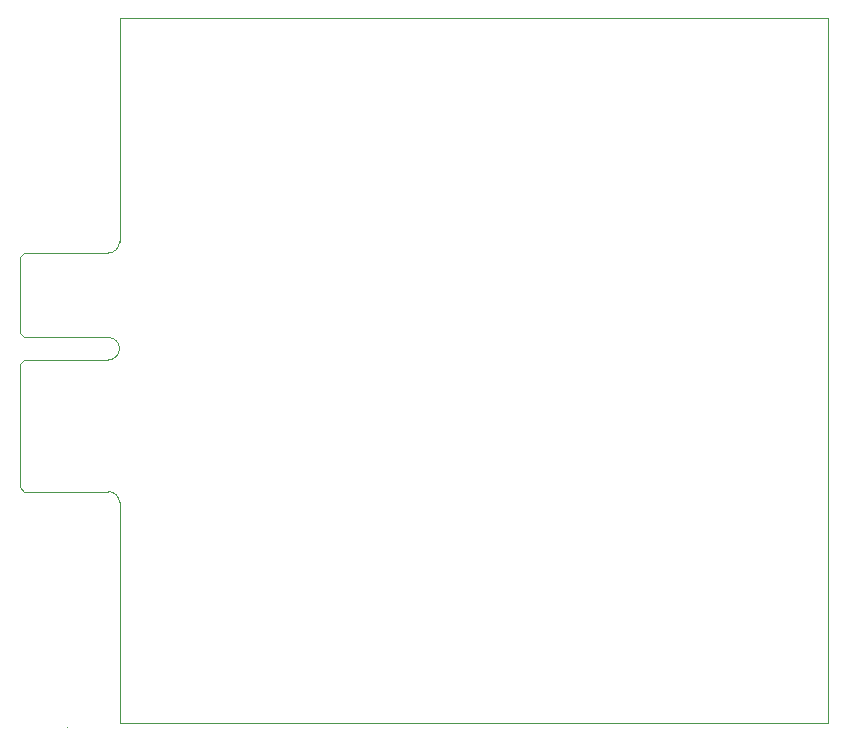
<source format=gbr>
%FSLAX46Y46*%
G04 Gerber Fmt 4.6, Leading zero omitted, Abs format (unit mm)*
G04 Created by KiCad (PCBNEW (2014-10-27 BZR 5228)-product) date 27/07/2015 07:41:13*
%MOMM*%
G01*
G04 APERTURE LIST*
%ADD10C,0.100000*%
%ADD11C,0.020000*%
G04 APERTURE END LIST*
D10*
X194400000Y-94700000D02*
X134400000Y-94700000D01*
X194400000Y-35000000D02*
X194400000Y-94700000D01*
X134400000Y-35000000D02*
X194400000Y-35000000D01*
X134400000Y-53000000D02*
X134400000Y-35000000D01*
X129974340Y-95006160D02*
X129943860Y-95006160D01*
X134400000Y-76800000D02*
X134400000Y-94700000D01*
D11*
X134400000Y-76000000D02*
X134400000Y-77000000D01*
X134400000Y-53950000D02*
X134400000Y-53000000D01*
X133450000Y-75100000D02*
G75*
G02X134400000Y-76050000I0J-950000D01*
G01*
X126000000Y-74750000D02*
X126350000Y-75100000D01*
X126350000Y-75100000D02*
X133450000Y-75100000D01*
X126000000Y-64300000D02*
X126000000Y-74750000D01*
X134400000Y-53950000D02*
G75*
G02X133450000Y-54900000I-950000J0D01*
G01*
X126000000Y-55250000D02*
X126350000Y-54900000D01*
X126350000Y-54900000D02*
X133450000Y-54900000D01*
X133450000Y-62050000D02*
X126350000Y-62050000D01*
X126350000Y-62050000D02*
X126000000Y-61700000D01*
X126000000Y-61700000D02*
X126000000Y-55250000D01*
X126350000Y-63950000D02*
X133450000Y-63950000D01*
X126350000Y-63950000D02*
X126000000Y-64300000D01*
X134400000Y-63000000D02*
G75*
G02X133450000Y-63950000I-950000J0D01*
G01*
X133450000Y-62050000D02*
G75*
G02X134400000Y-63000000I0J-950000D01*
G01*
M02*

</source>
